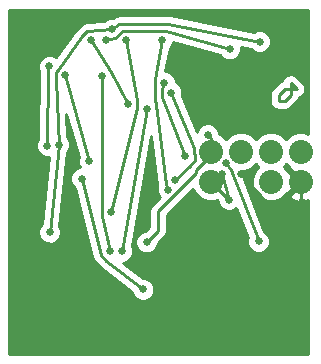
<source format=gbl>
G04 (created by PCBNEW (2013-jul-07)-stable) date Sat 18 Apr 2015 04:53:35 PM EDT*
%MOIN*%
G04 Gerber Fmt 3.4, Leading zero omitted, Abs format*
%FSLAX34Y34*%
G01*
G70*
G90*
G04 APERTURE LIST*
%ADD10C,0.00590551*%
%ADD11C,0.08*%
%ADD12C,0.025*%
%ADD13C,0.009*%
%ADD14C,0.01*%
G04 APERTURE END LIST*
G54D10*
G54D11*
X30750Y-26500D03*
X30750Y-27500D03*
X31750Y-26500D03*
X32750Y-27500D03*
X32750Y-26500D03*
X33750Y-27500D03*
X33750Y-26500D03*
G54D12*
X32750Y-26500D03*
X31103Y-27238D03*
X31343Y-28098D03*
X29318Y-27753D03*
X29115Y-22769D03*
X29549Y-27431D03*
X29420Y-24525D03*
X29889Y-26646D03*
X29197Y-24186D03*
X32230Y-24850D03*
X24200Y-25030D03*
X25635Y-30855D03*
X33780Y-28180D03*
X30801Y-30789D03*
X33556Y-31609D03*
X30472Y-31381D03*
X33804Y-29248D03*
X31750Y-27250D03*
X27381Y-29811D03*
X27100Y-23956D03*
X31372Y-23069D03*
X27255Y-22755D03*
X26439Y-27393D03*
X28481Y-31084D03*
X27772Y-29812D03*
X28599Y-25068D03*
X31741Y-26254D03*
X26691Y-26815D03*
X25866Y-23947D03*
X25286Y-26286D03*
X25359Y-23642D03*
X31246Y-26874D03*
X32338Y-29485D03*
X32750Y-27500D03*
X28602Y-29505D03*
X30642Y-25926D03*
X27436Y-22407D03*
X25677Y-26255D03*
X25370Y-29177D03*
X32365Y-22825D03*
X27981Y-24911D03*
X26754Y-22773D03*
X27422Y-28497D03*
X27928Y-22773D03*
G54D13*
X33000Y-24600D02*
X33200Y-24400D01*
X33000Y-24800D02*
X33000Y-24600D01*
X33200Y-24800D02*
X33000Y-24800D01*
X33400Y-24600D02*
X33200Y-24800D01*
X33400Y-24200D02*
X33400Y-24600D01*
X33600Y-24400D02*
X33400Y-24200D01*
X33200Y-24400D02*
X33600Y-24400D01*
X31343Y-28098D02*
X31343Y-28093D01*
X31343Y-28093D02*
X30750Y-27500D01*
X31343Y-28098D02*
X31103Y-27238D01*
X29238Y-27560D02*
X29318Y-27753D01*
X28910Y-24939D02*
X29238Y-27560D01*
X28878Y-24740D02*
X28910Y-24939D01*
X28878Y-24310D02*
X28878Y-24740D01*
X28886Y-24057D02*
X28878Y-24310D01*
X29115Y-22769D02*
X28886Y-24057D01*
X30034Y-26962D02*
X29549Y-27431D01*
X30216Y-26780D02*
X30034Y-26962D01*
X30168Y-26370D02*
X30216Y-26780D01*
X29420Y-24525D02*
X30168Y-26370D01*
X29109Y-24654D02*
X29889Y-26646D01*
X29109Y-24396D02*
X29109Y-24654D01*
X29197Y-24186D02*
X29109Y-24396D01*
X32190Y-24810D02*
X32190Y-24690D01*
X32230Y-24850D02*
X32190Y-24810D01*
X24340Y-25170D02*
X24200Y-25030D01*
X24340Y-29560D02*
X24340Y-25170D01*
X25635Y-30855D02*
X24340Y-29560D01*
X33750Y-27500D02*
X33750Y-28150D01*
X33750Y-28150D02*
X33780Y-28180D01*
X33540Y-29250D02*
X32882Y-30627D01*
X33804Y-29248D02*
X33540Y-29250D01*
X30801Y-30789D02*
X32882Y-30627D01*
X30472Y-31381D02*
X30801Y-30789D01*
X33556Y-31609D02*
X32882Y-30627D01*
X31750Y-27250D02*
X33540Y-29250D01*
X27110Y-28626D02*
X27381Y-29811D01*
X27100Y-23956D02*
X27110Y-28626D01*
X29244Y-22458D02*
X31372Y-23069D01*
X28986Y-22458D02*
X29244Y-22458D01*
X27802Y-22470D02*
X28986Y-22458D01*
X27562Y-22710D02*
X27802Y-22470D01*
X27255Y-22755D02*
X27562Y-22710D01*
X27070Y-29939D02*
X26439Y-27393D01*
X27252Y-30122D02*
X27070Y-29939D01*
X28481Y-31084D02*
X27252Y-30122D01*
X28599Y-25068D02*
X27772Y-29812D01*
X31750Y-26263D02*
X31750Y-26500D01*
X31741Y-26254D02*
X31750Y-26263D01*
X25866Y-23947D02*
X26691Y-26815D01*
X25324Y-23732D02*
X25286Y-26286D01*
X25359Y-23642D02*
X25324Y-23732D01*
X31414Y-27109D02*
X31246Y-26874D01*
X32338Y-29485D02*
X31414Y-27109D01*
X30750Y-26608D02*
X30750Y-26500D01*
X30247Y-27111D02*
X30750Y-26608D01*
X30247Y-27209D02*
X30247Y-27111D01*
X28980Y-28476D02*
X30247Y-27209D01*
X28980Y-29127D02*
X28980Y-28476D01*
X28602Y-29505D02*
X28980Y-29127D01*
X30750Y-26500D02*
X30750Y-26034D01*
X30750Y-26034D02*
X30642Y-25926D01*
X25579Y-24066D02*
X25677Y-26255D01*
X25579Y-23828D02*
X25579Y-24066D01*
X25646Y-23761D02*
X25579Y-23828D01*
X26443Y-22644D02*
X25646Y-23761D01*
X26625Y-22462D02*
X26443Y-22644D01*
X27436Y-22407D02*
X26625Y-22462D01*
X25677Y-26255D02*
X25370Y-29177D01*
X29330Y-22227D02*
X32365Y-22825D01*
X28901Y-22227D02*
X29330Y-22227D01*
X27713Y-22231D02*
X28901Y-22227D01*
X27696Y-22238D02*
X27713Y-22231D01*
X27436Y-22407D02*
X27696Y-22238D01*
X27411Y-23827D02*
X27981Y-24911D01*
X26754Y-22773D02*
X27411Y-23827D01*
X28290Y-25039D02*
X27422Y-28497D01*
X28290Y-24783D02*
X28290Y-25039D01*
X27928Y-22773D02*
X28290Y-24783D01*
G54D10*
G36*
X33980Y-33230D02*
X24019Y-33230D01*
X24019Y-21769D01*
X33980Y-21769D01*
X33980Y-25891D01*
X33895Y-25856D01*
X33895Y-24400D01*
X33872Y-24287D01*
X33808Y-24191D01*
X33608Y-23991D01*
X33512Y-23927D01*
X33400Y-23905D01*
X33287Y-23927D01*
X33191Y-23991D01*
X33127Y-24087D01*
X33120Y-24120D01*
X33087Y-24127D01*
X32991Y-24191D01*
X32791Y-24391D01*
X32727Y-24487D01*
X32705Y-24600D01*
X32705Y-24800D01*
X32727Y-24912D01*
X32791Y-25008D01*
X32887Y-25072D01*
X33000Y-25095D01*
X33200Y-25095D01*
X33312Y-25072D01*
X33408Y-25008D01*
X33608Y-24808D01*
X33672Y-24712D01*
X33679Y-24679D01*
X33712Y-24672D01*
X33712Y-24672D01*
X33808Y-24608D01*
X33872Y-24512D01*
X33872Y-24512D01*
X33894Y-24400D01*
X33895Y-24400D01*
X33895Y-25856D01*
X33879Y-25850D01*
X33621Y-25849D01*
X33382Y-25948D01*
X33249Y-26080D01*
X33118Y-25949D01*
X32879Y-25850D01*
X32621Y-25849D01*
X32382Y-25948D01*
X32249Y-26080D01*
X32118Y-25949D01*
X31879Y-25850D01*
X31621Y-25849D01*
X31382Y-25948D01*
X31249Y-26080D01*
X31118Y-25949D01*
X31017Y-25907D01*
X31017Y-25851D01*
X30960Y-25713D01*
X30854Y-25608D01*
X30716Y-25551D01*
X30567Y-25550D01*
X30429Y-25607D01*
X30324Y-25713D01*
X30272Y-25839D01*
X29782Y-24632D01*
X29795Y-24600D01*
X29795Y-24451D01*
X29738Y-24313D01*
X29633Y-24207D01*
X29572Y-24182D01*
X29572Y-24112D01*
X29515Y-23974D01*
X29410Y-23868D01*
X29272Y-23811D01*
X29229Y-23811D01*
X29365Y-23049D01*
X29433Y-22981D01*
X29490Y-22844D01*
X29490Y-22835D01*
X31056Y-23284D01*
X31159Y-23387D01*
X31297Y-23444D01*
X31446Y-23444D01*
X31584Y-23388D01*
X31690Y-23282D01*
X31747Y-23144D01*
X31747Y-23006D01*
X32082Y-23072D01*
X32152Y-23143D01*
X32290Y-23200D01*
X32439Y-23200D01*
X32577Y-23143D01*
X32683Y-23038D01*
X32740Y-22900D01*
X32740Y-22751D01*
X32683Y-22613D01*
X32578Y-22507D01*
X32440Y-22450D01*
X32291Y-22450D01*
X32189Y-22492D01*
X29387Y-21937D01*
X29358Y-21937D01*
X29330Y-21932D01*
X28901Y-21932D01*
X28899Y-21932D01*
X27713Y-21936D01*
X27713Y-21936D01*
X27713Y-21936D01*
X27712Y-21936D01*
X27657Y-21947D01*
X27653Y-21948D01*
X27642Y-21948D01*
X27631Y-21952D01*
X27600Y-21958D01*
X27583Y-21965D01*
X27561Y-21980D01*
X27535Y-21990D01*
X27472Y-22032D01*
X27362Y-22031D01*
X27224Y-22088D01*
X27184Y-22128D01*
X26605Y-22168D01*
X26559Y-22180D01*
X26512Y-22190D01*
X26504Y-22195D01*
X26494Y-22198D01*
X26456Y-22227D01*
X26416Y-22253D01*
X26234Y-22436D01*
X26221Y-22455D01*
X26202Y-22473D01*
X25585Y-23338D01*
X25572Y-23324D01*
X25434Y-23267D01*
X25285Y-23267D01*
X25147Y-23324D01*
X25041Y-23429D01*
X24984Y-23567D01*
X24984Y-23716D01*
X25025Y-23816D01*
X24994Y-26048D01*
X24968Y-26074D01*
X24911Y-26211D01*
X24911Y-26361D01*
X24968Y-26498D01*
X25073Y-26604D01*
X25211Y-26661D01*
X25338Y-26661D01*
X25101Y-28916D01*
X25052Y-28965D01*
X24995Y-29103D01*
X24995Y-29252D01*
X25052Y-29390D01*
X25157Y-29495D01*
X25295Y-29552D01*
X25444Y-29553D01*
X25582Y-29496D01*
X25688Y-29390D01*
X25745Y-29252D01*
X25745Y-29103D01*
X25689Y-28967D01*
X25946Y-26516D01*
X25995Y-26468D01*
X26052Y-26330D01*
X26052Y-26181D01*
X25995Y-26043D01*
X25962Y-26010D01*
X25927Y-25230D01*
X26342Y-26678D01*
X26316Y-26741D01*
X26316Y-26890D01*
X26369Y-27018D01*
X26364Y-27018D01*
X26226Y-27075D01*
X26121Y-27181D01*
X26064Y-27318D01*
X26063Y-27468D01*
X26120Y-27605D01*
X26209Y-27694D01*
X26782Y-30011D01*
X26794Y-30036D01*
X26797Y-30052D01*
X26812Y-30075D01*
X26831Y-30115D01*
X26852Y-30133D01*
X26861Y-30148D01*
X27044Y-30330D01*
X27059Y-30340D01*
X27070Y-30354D01*
X28111Y-31170D01*
X28163Y-31296D01*
X28268Y-31402D01*
X28406Y-31459D01*
X28555Y-31459D01*
X28693Y-31402D01*
X28799Y-31297D01*
X28856Y-31159D01*
X28856Y-31010D01*
X28799Y-30872D01*
X28694Y-30766D01*
X28556Y-30709D01*
X28479Y-30709D01*
X27814Y-30188D01*
X27846Y-30188D01*
X27984Y-30131D01*
X28090Y-30025D01*
X28147Y-29887D01*
X28147Y-29738D01*
X28103Y-29632D01*
X28741Y-25974D01*
X28944Y-27597D01*
X28958Y-27641D01*
X28943Y-27678D01*
X28943Y-27828D01*
X29000Y-27965D01*
X29036Y-28002D01*
X28771Y-28267D01*
X28707Y-28363D01*
X28685Y-28476D01*
X28685Y-29004D01*
X28559Y-29129D01*
X28527Y-29129D01*
X28389Y-29186D01*
X28284Y-29292D01*
X28227Y-29430D01*
X28226Y-29579D01*
X28283Y-29717D01*
X28389Y-29822D01*
X28527Y-29879D01*
X28676Y-29880D01*
X28814Y-29823D01*
X28919Y-29717D01*
X28976Y-29579D01*
X28976Y-29547D01*
X29188Y-29335D01*
X29188Y-29335D01*
X29252Y-29239D01*
X29274Y-29127D01*
X29275Y-29127D01*
X29275Y-28598D01*
X30142Y-27731D01*
X30198Y-27867D01*
X30381Y-28050D01*
X30620Y-28149D01*
X30878Y-28150D01*
X30952Y-28119D01*
X30968Y-28136D01*
X30968Y-28173D01*
X31025Y-28310D01*
X31131Y-28416D01*
X31269Y-28473D01*
X31418Y-28473D01*
X31556Y-28416D01*
X31591Y-28381D01*
X31977Y-29376D01*
X31963Y-29410D01*
X31963Y-29559D01*
X32020Y-29697D01*
X32125Y-29803D01*
X32263Y-29860D01*
X32412Y-29860D01*
X32550Y-29803D01*
X32656Y-29698D01*
X32713Y-29560D01*
X32713Y-29411D01*
X32656Y-29273D01*
X32551Y-29167D01*
X32525Y-29156D01*
X31746Y-27149D01*
X31878Y-27150D01*
X32117Y-27051D01*
X32250Y-26919D01*
X32330Y-27000D01*
X32199Y-27131D01*
X32100Y-27370D01*
X32099Y-27628D01*
X32198Y-27867D01*
X32381Y-28050D01*
X32620Y-28149D01*
X32878Y-28150D01*
X33117Y-28051D01*
X33284Y-27884D01*
X33291Y-27887D01*
X33679Y-27500D01*
X33291Y-27112D01*
X33284Y-27115D01*
X33169Y-26999D01*
X33250Y-26919D01*
X33365Y-27034D01*
X33362Y-27041D01*
X33750Y-27429D01*
X33755Y-27423D01*
X33826Y-27494D01*
X33820Y-27500D01*
X33826Y-27505D01*
X33755Y-27576D01*
X33750Y-27570D01*
X33362Y-27958D01*
X33402Y-28064D01*
X33644Y-28154D01*
X33902Y-28144D01*
X33980Y-28112D01*
X33980Y-33230D01*
X33980Y-33230D01*
G37*
G54D14*
X33980Y-33230D02*
X24019Y-33230D01*
X24019Y-21769D01*
X33980Y-21769D01*
X33980Y-25891D01*
X33895Y-25856D01*
X33895Y-24400D01*
X33872Y-24287D01*
X33808Y-24191D01*
X33608Y-23991D01*
X33512Y-23927D01*
X33400Y-23905D01*
X33287Y-23927D01*
X33191Y-23991D01*
X33127Y-24087D01*
X33120Y-24120D01*
X33087Y-24127D01*
X32991Y-24191D01*
X32791Y-24391D01*
X32727Y-24487D01*
X32705Y-24600D01*
X32705Y-24800D01*
X32727Y-24912D01*
X32791Y-25008D01*
X32887Y-25072D01*
X33000Y-25095D01*
X33200Y-25095D01*
X33312Y-25072D01*
X33408Y-25008D01*
X33608Y-24808D01*
X33672Y-24712D01*
X33679Y-24679D01*
X33712Y-24672D01*
X33712Y-24672D01*
X33808Y-24608D01*
X33872Y-24512D01*
X33872Y-24512D01*
X33894Y-24400D01*
X33895Y-24400D01*
X33895Y-25856D01*
X33879Y-25850D01*
X33621Y-25849D01*
X33382Y-25948D01*
X33249Y-26080D01*
X33118Y-25949D01*
X32879Y-25850D01*
X32621Y-25849D01*
X32382Y-25948D01*
X32249Y-26080D01*
X32118Y-25949D01*
X31879Y-25850D01*
X31621Y-25849D01*
X31382Y-25948D01*
X31249Y-26080D01*
X31118Y-25949D01*
X31017Y-25907D01*
X31017Y-25851D01*
X30960Y-25713D01*
X30854Y-25608D01*
X30716Y-25551D01*
X30567Y-25550D01*
X30429Y-25607D01*
X30324Y-25713D01*
X30272Y-25839D01*
X29782Y-24632D01*
X29795Y-24600D01*
X29795Y-24451D01*
X29738Y-24313D01*
X29633Y-24207D01*
X29572Y-24182D01*
X29572Y-24112D01*
X29515Y-23974D01*
X29410Y-23868D01*
X29272Y-23811D01*
X29229Y-23811D01*
X29365Y-23049D01*
X29433Y-22981D01*
X29490Y-22844D01*
X29490Y-22835D01*
X31056Y-23284D01*
X31159Y-23387D01*
X31297Y-23444D01*
X31446Y-23444D01*
X31584Y-23388D01*
X31690Y-23282D01*
X31747Y-23144D01*
X31747Y-23006D01*
X32082Y-23072D01*
X32152Y-23143D01*
X32290Y-23200D01*
X32439Y-23200D01*
X32577Y-23143D01*
X32683Y-23038D01*
X32740Y-22900D01*
X32740Y-22751D01*
X32683Y-22613D01*
X32578Y-22507D01*
X32440Y-22450D01*
X32291Y-22450D01*
X32189Y-22492D01*
X29387Y-21937D01*
X29358Y-21937D01*
X29330Y-21932D01*
X28901Y-21932D01*
X28899Y-21932D01*
X27713Y-21936D01*
X27713Y-21936D01*
X27713Y-21936D01*
X27712Y-21936D01*
X27657Y-21947D01*
X27653Y-21948D01*
X27642Y-21948D01*
X27631Y-21952D01*
X27600Y-21958D01*
X27583Y-21965D01*
X27561Y-21980D01*
X27535Y-21990D01*
X27472Y-22032D01*
X27362Y-22031D01*
X27224Y-22088D01*
X27184Y-22128D01*
X26605Y-22168D01*
X26559Y-22180D01*
X26512Y-22190D01*
X26504Y-22195D01*
X26494Y-22198D01*
X26456Y-22227D01*
X26416Y-22253D01*
X26234Y-22436D01*
X26221Y-22455D01*
X26202Y-22473D01*
X25585Y-23338D01*
X25572Y-23324D01*
X25434Y-23267D01*
X25285Y-23267D01*
X25147Y-23324D01*
X25041Y-23429D01*
X24984Y-23567D01*
X24984Y-23716D01*
X25025Y-23816D01*
X24994Y-26048D01*
X24968Y-26074D01*
X24911Y-26211D01*
X24911Y-26361D01*
X24968Y-26498D01*
X25073Y-26604D01*
X25211Y-26661D01*
X25338Y-26661D01*
X25101Y-28916D01*
X25052Y-28965D01*
X24995Y-29103D01*
X24995Y-29252D01*
X25052Y-29390D01*
X25157Y-29495D01*
X25295Y-29552D01*
X25444Y-29553D01*
X25582Y-29496D01*
X25688Y-29390D01*
X25745Y-29252D01*
X25745Y-29103D01*
X25689Y-28967D01*
X25946Y-26516D01*
X25995Y-26468D01*
X26052Y-26330D01*
X26052Y-26181D01*
X25995Y-26043D01*
X25962Y-26010D01*
X25927Y-25230D01*
X26342Y-26678D01*
X26316Y-26741D01*
X26316Y-26890D01*
X26369Y-27018D01*
X26364Y-27018D01*
X26226Y-27075D01*
X26121Y-27181D01*
X26064Y-27318D01*
X26063Y-27468D01*
X26120Y-27605D01*
X26209Y-27694D01*
X26782Y-30011D01*
X26794Y-30036D01*
X26797Y-30052D01*
X26812Y-30075D01*
X26831Y-30115D01*
X26852Y-30133D01*
X26861Y-30148D01*
X27044Y-30330D01*
X27059Y-30340D01*
X27070Y-30354D01*
X28111Y-31170D01*
X28163Y-31296D01*
X28268Y-31402D01*
X28406Y-31459D01*
X28555Y-31459D01*
X28693Y-31402D01*
X28799Y-31297D01*
X28856Y-31159D01*
X28856Y-31010D01*
X28799Y-30872D01*
X28694Y-30766D01*
X28556Y-30709D01*
X28479Y-30709D01*
X27814Y-30188D01*
X27846Y-30188D01*
X27984Y-30131D01*
X28090Y-30025D01*
X28147Y-29887D01*
X28147Y-29738D01*
X28103Y-29632D01*
X28741Y-25974D01*
X28944Y-27597D01*
X28958Y-27641D01*
X28943Y-27678D01*
X28943Y-27828D01*
X29000Y-27965D01*
X29036Y-28002D01*
X28771Y-28267D01*
X28707Y-28363D01*
X28685Y-28476D01*
X28685Y-29004D01*
X28559Y-29129D01*
X28527Y-29129D01*
X28389Y-29186D01*
X28284Y-29292D01*
X28227Y-29430D01*
X28226Y-29579D01*
X28283Y-29717D01*
X28389Y-29822D01*
X28527Y-29879D01*
X28676Y-29880D01*
X28814Y-29823D01*
X28919Y-29717D01*
X28976Y-29579D01*
X28976Y-29547D01*
X29188Y-29335D01*
X29188Y-29335D01*
X29252Y-29239D01*
X29274Y-29127D01*
X29275Y-29127D01*
X29275Y-28598D01*
X30142Y-27731D01*
X30198Y-27867D01*
X30381Y-28050D01*
X30620Y-28149D01*
X30878Y-28150D01*
X30952Y-28119D01*
X30968Y-28136D01*
X30968Y-28173D01*
X31025Y-28310D01*
X31131Y-28416D01*
X31269Y-28473D01*
X31418Y-28473D01*
X31556Y-28416D01*
X31591Y-28381D01*
X31977Y-29376D01*
X31963Y-29410D01*
X31963Y-29559D01*
X32020Y-29697D01*
X32125Y-29803D01*
X32263Y-29860D01*
X32412Y-29860D01*
X32550Y-29803D01*
X32656Y-29698D01*
X32713Y-29560D01*
X32713Y-29411D01*
X32656Y-29273D01*
X32551Y-29167D01*
X32525Y-29156D01*
X31746Y-27149D01*
X31878Y-27150D01*
X32117Y-27051D01*
X32250Y-26919D01*
X32330Y-27000D01*
X32199Y-27131D01*
X32100Y-27370D01*
X32099Y-27628D01*
X32198Y-27867D01*
X32381Y-28050D01*
X32620Y-28149D01*
X32878Y-28150D01*
X33117Y-28051D01*
X33284Y-27884D01*
X33291Y-27887D01*
X33679Y-27500D01*
X33291Y-27112D01*
X33284Y-27115D01*
X33169Y-26999D01*
X33250Y-26919D01*
X33365Y-27034D01*
X33362Y-27041D01*
X33750Y-27429D01*
X33755Y-27423D01*
X33826Y-27494D01*
X33820Y-27500D01*
X33826Y-27505D01*
X33755Y-27576D01*
X33750Y-27570D01*
X33362Y-27958D01*
X33402Y-28064D01*
X33644Y-28154D01*
X33902Y-28144D01*
X33980Y-28112D01*
X33980Y-33230D01*
M02*

</source>
